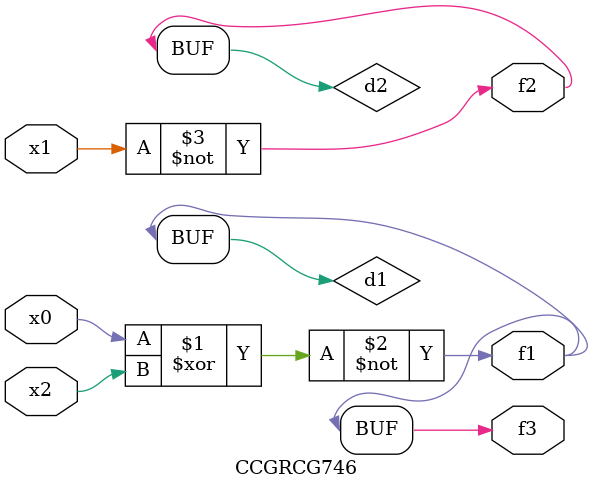
<source format=v>
module CCGRCG746(
	input x0, x1, x2,
	output f1, f2, f3
);

	wire d1, d2, d3;

	xnor (d1, x0, x2);
	nand (d2, x1);
	nor (d3, x1, x2);
	assign f1 = d1;
	assign f2 = d2;
	assign f3 = d1;
endmodule

</source>
